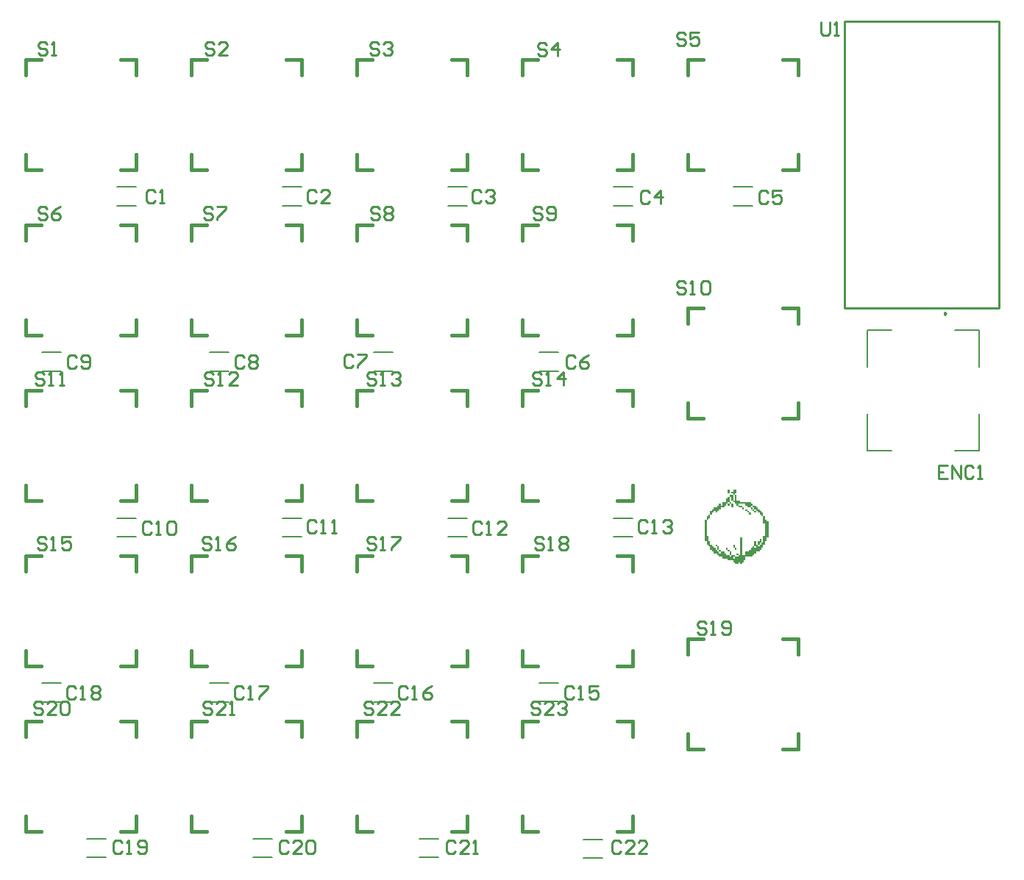
<source format=gto>
G04*
G04 #@! TF.GenerationSoftware,Altium Limited,Altium Designer,22.1.2 (22)*
G04*
G04 Layer_Color=65535*
%FSLAX25Y25*%
%MOIN*%
G70*
G04*
G04 #@! TF.SameCoordinates,D61C2380-B101-4CEB-8AB1-AF92B03338ED*
G04*
G04*
G04 #@! TF.FilePolarity,Positive*
G04*
G01*
G75*
%ADD10C,0.00984*%
%ADD11C,0.01500*%
%ADD12C,0.00787*%
%ADD13C,0.01000*%
G36*
X1842709Y639531D02*
Y638731D01*
X1841909D01*
Y639531D01*
Y640331D01*
X1842709D01*
Y639531D01*
D02*
G37*
G36*
X1845909D02*
Y638731D01*
X1845109D01*
Y637931D01*
X1845909D01*
Y637131D01*
Y636331D01*
Y635531D01*
X1847509D01*
Y634731D01*
X1852309D01*
Y633931D01*
X1853109D01*
Y633131D01*
X1854709D01*
Y632331D01*
X1855509D01*
Y631531D01*
X1856309D01*
Y630731D01*
X1857109D01*
Y629931D01*
X1857909D01*
Y629131D01*
Y628331D01*
X1858709D01*
Y627531D01*
Y626731D01*
X1859509D01*
Y625931D01*
X1860309D01*
Y625131D01*
Y624331D01*
Y623531D01*
Y622731D01*
Y621931D01*
Y621131D01*
Y620331D01*
Y619531D01*
Y618731D01*
X1859509D01*
Y617931D01*
Y617131D01*
X1858709D01*
Y616331D01*
Y615531D01*
X1857909D01*
Y614731D01*
Y613931D01*
X1857109D01*
Y613131D01*
X1856309D01*
Y612331D01*
X1854709D01*
Y611531D01*
X1853909D01*
Y610731D01*
X1853109D01*
Y609931D01*
X1849909D01*
Y609131D01*
Y608331D01*
X1849109D01*
Y607531D01*
X1848309D01*
Y606731D01*
X1847509D01*
Y607531D01*
X1846709D01*
Y606731D01*
X1845109D01*
Y607531D01*
X1844309D01*
Y608331D01*
X1841909D01*
Y609131D01*
X1839509D01*
Y609931D01*
X1837909D01*
Y610731D01*
X1837109D01*
Y611531D01*
X1835509D01*
Y612331D01*
X1834709D01*
Y613131D01*
X1833909D01*
Y613931D01*
Y614731D01*
X1833109D01*
Y615531D01*
X1832309D01*
Y616331D01*
Y617131D01*
X1831509D01*
Y617931D01*
Y618731D01*
Y619531D01*
Y620331D01*
Y621131D01*
Y621931D01*
Y622731D01*
Y623531D01*
Y624331D01*
Y625131D01*
Y625931D01*
Y626731D01*
X1832309D01*
Y625931D01*
Y625131D01*
Y624331D01*
Y623531D01*
Y622731D01*
Y621931D01*
Y621131D01*
Y620331D01*
Y619531D01*
X1833109D01*
Y618731D01*
Y617931D01*
Y617131D01*
X1833909D01*
Y616331D01*
Y615531D01*
X1834709D01*
Y614731D01*
X1835509D01*
Y613931D01*
X1836309D01*
Y613131D01*
X1837109D01*
Y612331D01*
X1837909D01*
Y611531D01*
X1838709D01*
Y612331D01*
X1837909D01*
Y613131D01*
X1837109D01*
Y613931D01*
Y614731D01*
X1836309D01*
Y615531D01*
X1837109D01*
Y614731D01*
X1837909D01*
Y613931D01*
Y613131D01*
X1838709D01*
Y612331D01*
X1840309D01*
Y611531D01*
X1841109D01*
Y610731D01*
X1842709D01*
Y609931D01*
X1843509D01*
Y610731D01*
X1842709D01*
Y611531D01*
Y612331D01*
X1841909D01*
Y613131D01*
X1841109D01*
Y613931D01*
X1841909D01*
Y613131D01*
X1842709D01*
Y612331D01*
X1843509D01*
Y611531D01*
Y610731D01*
X1845109D01*
Y609931D01*
X1846709D01*
Y610731D01*
X1845909D01*
Y611531D01*
X1846709D01*
Y610731D01*
X1847509D01*
Y611531D01*
Y612331D01*
Y613131D01*
Y613931D01*
Y614731D01*
Y615531D01*
Y616331D01*
Y617131D01*
Y617931D01*
Y618731D01*
X1848309D01*
Y617931D01*
Y617131D01*
Y616331D01*
Y615531D01*
Y614731D01*
Y613931D01*
Y613131D01*
Y612331D01*
Y611531D01*
Y610731D01*
X1849909D01*
Y611531D01*
Y612331D01*
X1851509D01*
Y613131D01*
X1852309D01*
Y613931D01*
X1853109D01*
Y614731D01*
X1853909D01*
Y613931D01*
X1854709D01*
Y614731D01*
X1853909D01*
Y615531D01*
Y616331D01*
Y617131D01*
X1854709D01*
Y616331D01*
Y615531D01*
X1855509D01*
Y614731D01*
X1856309D01*
Y615531D01*
X1855509D01*
Y616331D01*
Y617131D01*
X1856309D01*
Y617931D01*
X1857109D01*
Y617131D01*
Y616331D01*
X1857909D01*
Y617131D01*
Y617931D01*
Y618731D01*
Y619531D01*
X1858709D01*
Y620331D01*
Y621131D01*
Y621931D01*
Y622731D01*
Y623531D01*
Y624331D01*
Y625131D01*
X1857909D01*
Y625931D01*
Y626731D01*
Y627531D01*
Y628331D01*
X1857109D01*
Y629131D01*
X1856309D01*
Y629931D01*
X1855509D01*
Y630731D01*
X1854709D01*
Y631531D01*
X1853909D01*
Y632331D01*
X1853109D01*
Y633131D01*
X1852309D01*
Y632331D01*
X1853109D01*
Y631531D01*
X1853909D01*
Y630731D01*
X1854709D01*
Y629931D01*
X1853909D01*
Y630731D01*
X1853109D01*
Y631531D01*
X1852309D01*
Y632331D01*
X1850709D01*
Y633131D01*
X1849909D01*
Y633931D01*
X1846709D01*
Y633131D01*
X1848309D01*
Y632331D01*
X1849109D01*
Y631531D01*
X1848309D01*
Y632331D01*
X1846709D01*
Y633131D01*
X1845909D01*
Y633931D01*
X1845109D01*
Y634731D01*
X1844309D01*
Y635531D01*
X1843509D01*
Y636331D01*
Y637131D01*
X1842709D01*
Y637931D01*
X1844309D01*
Y637131D01*
Y636331D01*
Y635531D01*
X1845109D01*
Y636331D01*
Y637131D01*
Y637931D01*
X1844309D01*
Y638731D01*
X1843509D01*
Y639531D01*
X1844309D01*
Y640331D01*
X1845909D01*
Y639531D01*
D02*
G37*
G36*
X1842709Y636331D02*
Y635531D01*
Y634731D01*
X1843509D01*
Y633931D01*
X1844309D01*
Y633131D01*
Y632331D01*
X1843509D01*
Y633131D01*
Y633931D01*
X1842709D01*
Y634731D01*
X1841909D01*
Y633931D01*
X1842709D01*
Y633131D01*
X1841909D01*
Y633931D01*
X1841109D01*
Y633131D01*
X1840309D01*
Y632331D01*
X1838709D01*
Y631531D01*
X1837909D01*
Y630731D01*
X1837109D01*
Y629931D01*
X1836309D01*
Y630731D01*
X1835509D01*
Y629931D01*
X1834709D01*
Y629131D01*
X1833909D01*
Y629931D01*
Y630731D01*
X1834709D01*
Y631531D01*
X1835509D01*
Y632331D01*
X1837109D01*
Y633131D01*
X1837909D01*
Y633931D01*
X1838709D01*
Y633131D01*
X1839509D01*
Y633931D01*
Y634731D01*
X1841109D01*
Y635531D01*
Y636331D01*
X1841909D01*
Y637131D01*
X1842709D01*
Y636331D01*
D02*
G37*
G36*
X1850709Y630731D02*
X1851509D01*
Y629931D01*
X1852309D01*
Y629131D01*
X1851509D01*
Y629931D01*
X1850709D01*
Y630731D01*
X1849909D01*
Y631531D01*
X1850709D01*
Y630731D01*
D02*
G37*
G36*
X1833909Y628331D02*
Y627531D01*
X1833109D01*
Y626731D01*
X1832309D01*
Y627531D01*
Y628331D01*
X1833109D01*
Y629131D01*
X1833909D01*
Y628331D01*
D02*
G37*
G36*
X1845109Y614731D02*
Y613931D01*
X1845909D01*
Y613131D01*
X1845109D01*
Y613931D01*
X1844309D01*
Y614731D01*
Y615531D01*
X1845109D01*
Y614731D01*
D02*
G37*
%LPC*%
G36*
X1857109Y616331D02*
X1856309D01*
Y615531D01*
X1857109D01*
Y616331D01*
D02*
G37*
G36*
X1845109Y609931D02*
X1844309D01*
Y609131D01*
X1845109D01*
Y609931D01*
D02*
G37*
%LPD*%
D10*
X1940650Y720276D02*
X1939911Y720702D01*
Y719849D01*
X1940650Y720276D01*
D11*
X1823878Y722705D02*
X1830878D01*
X1866878D02*
X1873878D01*
Y715705D02*
Y722705D01*
Y672705D02*
Y679705D01*
X1866878Y672705D02*
X1873878D01*
X1823878D02*
X1830878D01*
X1823878D02*
Y679705D01*
Y715705D02*
Y722705D01*
X1823850Y828402D02*
Y835402D01*
Y785402D02*
Y792402D01*
Y785402D02*
X1830850D01*
X1866850D02*
X1873850D01*
Y792402D01*
Y828402D02*
Y835402D01*
X1866850D02*
X1873850D01*
X1823850D02*
X1830850D01*
X1748878Y528433D02*
Y535433D01*
Y485433D02*
Y492433D01*
Y485433D02*
X1755878D01*
X1791878D02*
X1798878D01*
Y492433D01*
Y528433D02*
Y535433D01*
X1791878D02*
X1798878D01*
X1748878D02*
X1755878D01*
X1673878Y528433D02*
Y535433D01*
Y485433D02*
Y492433D01*
Y485433D02*
X1680878D01*
X1716878D02*
X1723878D01*
Y492433D01*
Y528433D02*
Y535433D01*
X1716878D02*
X1723878D01*
X1673878D02*
X1680878D01*
X1598878Y528433D02*
Y535433D01*
Y485433D02*
Y492433D01*
Y485433D02*
X1605878D01*
X1641878D02*
X1648878D01*
Y492433D01*
Y528433D02*
Y535433D01*
X1641878D02*
X1648878D01*
X1598878D02*
X1605878D01*
X1523878Y528433D02*
Y535433D01*
Y485433D02*
Y492433D01*
Y485433D02*
X1530878D01*
X1566878D02*
X1573878D01*
Y492433D01*
Y528433D02*
Y535433D01*
X1566878D02*
X1573878D01*
X1523878D02*
X1530878D01*
X1823878Y565705D02*
Y572705D01*
Y522705D02*
Y529705D01*
Y522705D02*
X1830878D01*
X1866878D02*
X1873878D01*
Y529705D01*
Y565705D02*
Y572705D01*
X1866878D02*
X1873878D01*
X1823878D02*
X1830878D01*
X1748878Y603492D02*
Y610492D01*
Y560492D02*
Y567492D01*
Y560492D02*
X1755878D01*
X1791878D02*
X1798878D01*
Y567492D01*
Y603492D02*
Y610492D01*
X1791878D02*
X1798878D01*
X1748878D02*
X1755878D01*
X1673878Y603433D02*
Y610433D01*
Y560433D02*
Y567433D01*
Y560433D02*
X1680878D01*
X1716878D02*
X1723878D01*
Y567433D01*
Y603433D02*
Y610433D01*
X1716878D02*
X1723878D01*
X1673878D02*
X1680878D01*
X1598878Y603433D02*
Y610433D01*
Y560433D02*
Y567433D01*
Y560433D02*
X1605878D01*
X1641878D02*
X1648878D01*
Y567433D01*
Y603433D02*
Y610433D01*
X1641878D02*
X1648878D01*
X1598878D02*
X1605878D01*
X1523878Y603433D02*
Y610433D01*
Y560433D02*
Y567433D01*
Y560433D02*
X1530878D01*
X1566878D02*
X1573878D01*
Y567433D01*
Y603433D02*
Y610433D01*
X1566878D02*
X1573878D01*
X1523878D02*
X1530878D01*
X1748878Y678335D02*
Y685335D01*
Y635335D02*
Y642335D01*
Y635335D02*
X1755878D01*
X1791878D02*
X1798878D01*
Y642335D01*
Y678335D02*
Y685335D01*
X1791878D02*
X1798878D01*
X1748878D02*
X1755878D01*
X1673878Y678335D02*
Y685335D01*
Y635335D02*
Y642335D01*
Y635335D02*
X1680878D01*
X1716878D02*
X1723878D01*
Y642335D01*
Y678335D02*
Y685335D01*
X1716878D02*
X1723878D01*
X1673878D02*
X1680878D01*
X1598878Y678335D02*
Y685335D01*
Y635335D02*
Y642335D01*
Y635335D02*
X1605878D01*
X1641878D02*
X1648878D01*
Y642335D01*
Y678335D02*
Y685335D01*
X1641878D02*
X1648878D01*
X1598878D02*
X1605878D01*
X1523878Y678335D02*
Y685335D01*
Y635335D02*
Y642335D01*
Y635335D02*
X1530878D01*
X1566878D02*
X1573878D01*
Y642335D01*
Y678335D02*
Y685335D01*
X1566878D02*
X1573878D01*
X1523878D02*
X1530878D01*
X1748878Y753433D02*
Y760433D01*
Y710433D02*
Y717433D01*
Y710433D02*
X1755878D01*
X1791878D02*
X1798878D01*
Y717433D01*
Y753433D02*
Y760433D01*
X1791878D02*
X1798878D01*
X1748878D02*
X1755878D01*
X1673878Y753433D02*
Y760433D01*
Y710433D02*
Y717433D01*
Y710433D02*
X1680878D01*
X1716878D02*
X1723878D01*
Y717433D01*
Y753433D02*
Y760433D01*
X1716878D02*
X1723878D01*
X1673878D02*
X1680878D01*
X1598878Y753433D02*
Y760433D01*
Y710433D02*
Y717433D01*
Y710433D02*
X1605878D01*
X1641878D02*
X1648878D01*
Y717433D01*
Y753433D02*
Y760433D01*
X1641878D02*
X1648878D01*
X1598878D02*
X1605878D01*
X1523878Y753433D02*
Y760433D01*
Y710433D02*
Y717433D01*
Y710433D02*
X1530878D01*
X1566878D02*
X1573878D01*
Y717433D01*
Y753433D02*
Y760433D01*
X1566878D02*
X1573878D01*
X1523878D02*
X1530878D01*
X1748878Y828402D02*
Y835402D01*
Y785402D02*
Y792402D01*
Y785402D02*
X1755878D01*
X1791878D02*
X1798878D01*
Y792402D01*
Y828402D02*
Y835402D01*
X1791878D02*
X1798878D01*
X1748878D02*
X1755878D01*
X1673878Y828402D02*
Y835402D01*
Y785402D02*
Y792402D01*
Y785402D02*
X1680878D01*
X1716878D02*
X1723878D01*
Y792402D01*
Y828402D02*
Y835402D01*
X1716878D02*
X1723878D01*
X1673878D02*
X1680878D01*
X1598878Y828402D02*
Y835402D01*
Y785402D02*
Y792402D01*
Y785402D02*
X1605878D01*
X1641878D02*
X1648878D01*
Y792402D01*
Y828402D02*
Y835402D01*
X1641878D02*
X1648878D01*
X1598878D02*
X1605878D01*
X1523878Y828402D02*
Y835402D01*
Y785402D02*
Y792402D01*
Y785402D02*
X1530878D01*
X1566878D02*
X1573878D01*
Y792402D01*
Y828402D02*
Y835402D01*
X1566878D02*
X1573878D01*
X1523878D02*
X1530878D01*
D12*
X1626772Y473721D02*
X1635433D01*
X1626772Y482185D02*
X1635433D01*
X1701969Y473721D02*
X1710630D01*
X1701969Y482185D02*
X1710630D01*
X1776575Y473327D02*
X1785236D01*
X1776575Y481791D02*
X1785236D01*
X1551575Y473721D02*
X1560236D01*
X1551575Y482185D02*
X1560236D01*
X1955709Y658071D02*
Y674705D01*
Y696161D02*
Y712795D01*
X1904921D02*
X1915945D01*
X1944685D02*
X1955709D01*
X1904921Y658071D02*
Y674705D01*
Y696161D02*
Y712795D01*
Y658071D02*
X1915945D01*
X1944685D02*
X1955709D01*
X1531102Y544201D02*
X1539764D01*
X1531102Y552665D02*
X1539764D01*
X1607087Y544201D02*
X1615748D01*
X1607087Y552665D02*
X1615748D01*
X1681496Y544201D02*
X1690158D01*
X1681496Y552665D02*
X1690158D01*
X1756299Y544260D02*
X1764961D01*
X1756299Y552724D02*
X1764961D01*
X1790134Y627567D02*
X1798796D01*
X1790134Y619102D02*
X1798796D01*
X1715049Y627567D02*
X1723711D01*
X1715049Y619102D02*
X1723711D01*
X1640158Y627567D02*
X1648819D01*
X1640158Y619102D02*
X1648819D01*
X1565158Y627567D02*
X1573819D01*
X1565158Y619102D02*
X1573819D01*
X1531102Y694201D02*
X1539764D01*
X1531102Y702665D02*
X1539764D01*
X1607087Y694201D02*
X1615748D01*
X1607087Y702665D02*
X1615748D01*
X1681496Y694201D02*
X1690158D01*
X1681496Y702665D02*
X1690158D01*
X1756299Y694201D02*
X1764961D01*
X1756299Y702665D02*
X1764961D01*
X1844547Y777634D02*
X1853209D01*
X1844547Y769169D02*
X1853209D01*
X1790134Y777634D02*
X1798796D01*
X1790134Y769169D02*
X1798796D01*
X1715049Y777634D02*
X1723711D01*
X1715049Y769169D02*
X1723711D01*
X1640158Y777634D02*
X1648819D01*
X1640158Y769169D02*
X1648819D01*
X1565158Y777634D02*
X1573819D01*
X1565158Y769169D02*
X1573819D01*
D13*
X1894606Y852638D02*
X1964606D01*
Y722638D02*
Y852638D01*
X1894606Y722638D02*
X1964606D01*
X1894606D02*
Y852638D01*
X1822907Y734153D02*
X1821907Y735153D01*
X1819908D01*
X1818908Y734153D01*
Y733153D01*
X1819908Y732154D01*
X1821907D01*
X1822907Y731154D01*
Y730154D01*
X1821907Y729154D01*
X1819908D01*
X1818908Y730154D01*
X1824906Y729154D02*
X1826905D01*
X1825906D01*
Y735153D01*
X1824906Y734153D01*
X1829904D02*
X1830904Y735153D01*
X1832903D01*
X1833903Y734153D01*
Y730154D01*
X1832903Y729154D01*
X1830904D01*
X1829904Y730154D01*
Y734153D01*
X1822622Y846684D02*
X1821623Y847684D01*
X1819623D01*
X1818624Y846684D01*
Y845685D01*
X1819623Y844685D01*
X1821623D01*
X1822622Y843685D01*
Y842686D01*
X1821623Y841686D01*
X1819623D01*
X1818624Y842686D01*
X1828620Y847684D02*
X1824622D01*
Y844685D01*
X1826621Y845685D01*
X1827621D01*
X1828620Y844685D01*
Y842686D01*
X1827621Y841686D01*
X1825621D01*
X1824622Y842686D01*
X1682525Y692846D02*
X1681525Y693846D01*
X1679526D01*
X1678526Y692846D01*
Y691846D01*
X1679526Y690846D01*
X1681525D01*
X1682525Y689847D01*
Y688847D01*
X1681525Y687847D01*
X1679526D01*
X1678526Y688847D01*
X1684524Y687847D02*
X1686523D01*
X1685524D01*
Y693846D01*
X1684524Y692846D01*
X1689523D02*
X1690522Y693846D01*
X1692521D01*
X1693521Y692846D01*
Y691846D01*
X1692521Y690846D01*
X1691522D01*
X1692521D01*
X1693521Y689847D01*
Y688847D01*
X1692521Y687847D01*
X1690522D01*
X1689523Y688847D01*
X1655375Y625621D02*
X1654375Y626621D01*
X1652376D01*
X1651376Y625621D01*
Y621623D01*
X1652376Y620623D01*
X1654375D01*
X1655375Y621623D01*
X1657374Y620623D02*
X1659373D01*
X1658374D01*
Y626621D01*
X1657374Y625621D01*
X1662373Y620623D02*
X1664372D01*
X1663372D01*
Y626621D01*
X1662373Y625621D01*
X1772878Y700432D02*
X1771879Y701432D01*
X1769879D01*
X1768880Y700432D01*
Y696434D01*
X1769879Y695434D01*
X1771879D01*
X1772878Y696434D01*
X1778876Y701432D02*
X1776877Y700432D01*
X1774878Y698433D01*
Y696434D01*
X1775877Y695434D01*
X1777877D01*
X1778876Y696434D01*
Y697433D01*
X1777877Y698433D01*
X1774878D01*
X1672229Y700818D02*
X1671229Y701818D01*
X1669230D01*
X1668230Y700818D01*
Y696819D01*
X1669230Y695820D01*
X1671229D01*
X1672229Y696819D01*
X1674228Y701818D02*
X1678227D01*
Y700818D01*
X1674228Y696819D01*
Y695820D01*
X1622878Y700432D02*
X1621879Y701432D01*
X1619879D01*
X1618880Y700432D01*
Y696434D01*
X1619879Y695434D01*
X1621879D01*
X1622878Y696434D01*
X1624878Y700432D02*
X1625877Y701432D01*
X1627877D01*
X1628876Y700432D01*
Y699433D01*
X1627877Y698433D01*
X1628876Y697433D01*
Y696434D01*
X1627877Y695434D01*
X1625877D01*
X1624878Y696434D01*
Y697433D01*
X1625877Y698433D01*
X1624878Y699433D01*
Y700432D01*
X1625877Y698433D02*
X1627877D01*
X1546688Y700432D02*
X1545688Y701432D01*
X1543689D01*
X1542689Y700432D01*
Y696434D01*
X1543689Y695434D01*
X1545688D01*
X1546688Y696434D01*
X1548687D02*
X1549687Y695434D01*
X1551686D01*
X1552686Y696434D01*
Y700432D01*
X1551686Y701432D01*
X1549687D01*
X1548687Y700432D01*
Y699433D01*
X1549687Y698433D01*
X1552686D01*
X1860083Y775143D02*
X1859083Y776143D01*
X1857084D01*
X1856084Y775143D01*
Y771144D01*
X1857084Y770145D01*
X1859083D01*
X1860083Y771144D01*
X1866081Y776143D02*
X1862082D01*
Y773143D01*
X1864082Y774143D01*
X1865081D01*
X1866081Y773143D01*
Y771144D01*
X1865081Y770145D01*
X1863082D01*
X1862082Y771144D01*
X1567367Y480346D02*
X1566368Y481346D01*
X1564368D01*
X1563369Y480346D01*
Y476347D01*
X1564368Y475347D01*
X1566368D01*
X1567367Y476347D01*
X1569367Y475347D02*
X1571366D01*
X1570366D01*
Y481346D01*
X1569367Y480346D01*
X1574365Y476347D02*
X1575365Y475347D01*
X1577364D01*
X1578364Y476347D01*
Y480346D01*
X1577364Y481346D01*
X1575365D01*
X1574365Y480346D01*
Y479346D01*
X1575365Y478346D01*
X1578364D01*
X1546501Y550424D02*
X1545502Y551424D01*
X1543502D01*
X1542502Y550424D01*
Y546426D01*
X1543502Y545426D01*
X1545502D01*
X1546501Y546426D01*
X1548501Y545426D02*
X1550500D01*
X1549500D01*
Y551424D01*
X1548501Y550424D01*
X1553499D02*
X1554499Y551424D01*
X1556498D01*
X1557498Y550424D01*
Y549425D01*
X1556498Y548425D01*
X1557498Y547426D01*
Y546426D01*
X1556498Y545426D01*
X1554499D01*
X1553499Y546426D01*
Y547426D01*
X1554499Y548425D01*
X1553499Y549425D01*
Y550424D01*
X1554499Y548425D02*
X1556498D01*
X1622485Y550424D02*
X1621486Y551424D01*
X1619486D01*
X1618487Y550424D01*
Y546426D01*
X1619486Y545426D01*
X1621486D01*
X1622485Y546426D01*
X1624485Y545426D02*
X1626484D01*
X1625484D01*
Y551424D01*
X1624485Y550424D01*
X1629483Y551424D02*
X1633482D01*
Y550424D01*
X1629483Y546426D01*
Y545426D01*
X1696806Y550424D02*
X1695807Y551424D01*
X1693807D01*
X1692808Y550424D01*
Y546426D01*
X1693807Y545426D01*
X1695807D01*
X1696806Y546426D01*
X1698806Y545426D02*
X1700805D01*
X1699805D01*
Y551424D01*
X1698806Y550424D01*
X1707803Y551424D02*
X1705803Y550424D01*
X1703804Y548425D01*
Y546426D01*
X1704804Y545426D01*
X1706803D01*
X1707803Y546426D01*
Y547426D01*
X1706803Y548425D01*
X1703804D01*
X1772092Y550424D02*
X1771092Y551424D01*
X1769093D01*
X1768093Y550424D01*
Y546426D01*
X1769093Y545426D01*
X1771092D01*
X1772092Y546426D01*
X1774091Y545426D02*
X1776090D01*
X1775091D01*
Y551424D01*
X1774091Y550424D01*
X1783088Y551424D02*
X1779089D01*
Y548425D01*
X1781089Y549425D01*
X1782088D01*
X1783088Y548425D01*
Y546426D01*
X1782088Y545426D01*
X1780089D01*
X1779089Y546426D01*
X1730359Y625228D02*
X1729360Y626227D01*
X1727360D01*
X1726361Y625228D01*
Y621229D01*
X1727360Y620229D01*
X1729360D01*
X1730359Y621229D01*
X1732359Y620229D02*
X1734358D01*
X1733358D01*
Y626227D01*
X1732359Y625228D01*
X1741356Y620229D02*
X1737357D01*
X1741356Y624228D01*
Y625228D01*
X1740356Y626227D01*
X1738357D01*
X1737357Y625228D01*
X1805433Y625728D02*
X1804433Y626727D01*
X1802434D01*
X1801434Y625728D01*
Y621729D01*
X1802434Y620729D01*
X1804433D01*
X1805433Y621729D01*
X1807432Y620729D02*
X1809431D01*
X1808432D01*
Y626727D01*
X1807432Y625728D01*
X1812430D02*
X1813430Y626727D01*
X1815429D01*
X1816429Y625728D01*
Y624728D01*
X1815429Y623728D01*
X1814430D01*
X1815429D01*
X1816429Y622729D01*
Y621729D01*
X1815429Y620729D01*
X1813430D01*
X1812430Y621729D01*
X1580603Y624932D02*
X1579603Y625932D01*
X1577604D01*
X1576604Y624932D01*
Y620934D01*
X1577604Y619934D01*
X1579603D01*
X1580603Y620934D01*
X1582602Y619934D02*
X1584601D01*
X1583602D01*
Y625932D01*
X1582602Y624932D01*
X1587600D02*
X1588600Y625932D01*
X1590599D01*
X1591599Y624932D01*
Y620934D01*
X1590599Y619934D01*
X1588600D01*
X1587600Y620934D01*
Y624932D01*
X1806261Y775143D02*
X1805261Y776143D01*
X1803262D01*
X1802262Y775143D01*
Y771144D01*
X1803262Y770145D01*
X1805261D01*
X1806261Y771144D01*
X1811259Y770145D02*
Y776143D01*
X1808260Y773143D01*
X1812259D01*
X1730226Y775401D02*
X1729227Y776401D01*
X1727227D01*
X1726228Y775401D01*
Y771402D01*
X1727227Y770402D01*
X1729227D01*
X1730226Y771402D01*
X1732226Y775401D02*
X1733225Y776401D01*
X1735225D01*
X1736225Y775401D01*
Y774401D01*
X1735225Y773402D01*
X1734225D01*
X1735225D01*
X1736225Y772402D01*
Y771402D01*
X1735225Y770402D01*
X1733225D01*
X1732226Y771402D01*
X1655339Y775401D02*
X1654339Y776401D01*
X1652340D01*
X1651340Y775401D01*
Y771402D01*
X1652340Y770402D01*
X1654339D01*
X1655339Y771402D01*
X1661337Y770402D02*
X1657338D01*
X1661337Y774401D01*
Y775401D01*
X1660337Y776401D01*
X1658338D01*
X1657338Y775401D01*
X1582480D02*
X1581481Y776401D01*
X1579481D01*
X1578482Y775401D01*
Y771402D01*
X1579481Y770402D01*
X1581481D01*
X1582480Y771402D01*
X1584480Y770402D02*
X1586479D01*
X1585479D01*
Y776401D01*
X1584480Y775401D01*
X1756828Y543338D02*
X1755828Y544338D01*
X1753829D01*
X1752829Y543338D01*
Y542338D01*
X1753829Y541339D01*
X1755828D01*
X1756828Y540339D01*
Y539339D01*
X1755828Y538340D01*
X1753829D01*
X1752829Y539339D01*
X1762826Y538340D02*
X1758828D01*
X1762826Y542338D01*
Y543338D01*
X1761827Y544338D01*
X1759827D01*
X1758828Y543338D01*
X1764825D02*
X1765825Y544338D01*
X1767825D01*
X1768824Y543338D01*
Y542338D01*
X1767825Y541339D01*
X1766825D01*
X1767825D01*
X1768824Y540339D01*
Y539339D01*
X1767825Y538340D01*
X1765825D01*
X1764825Y539339D01*
X1759630Y842157D02*
X1758631Y843157D01*
X1756631D01*
X1755631Y842157D01*
Y841157D01*
X1756631Y840158D01*
X1758631D01*
X1759630Y839158D01*
Y838158D01*
X1758631Y837158D01*
X1756631D01*
X1755631Y838158D01*
X1764629Y837158D02*
Y843157D01*
X1761630Y840158D01*
X1765628D01*
X1533268Y842519D02*
X1532268Y843519D01*
X1530269D01*
X1529269Y842519D01*
Y841519D01*
X1530269Y840520D01*
X1532268D01*
X1533268Y839520D01*
Y838520D01*
X1532268Y837521D01*
X1530269D01*
X1529269Y838520D01*
X1535267Y837521D02*
X1537266D01*
X1536267D01*
Y843519D01*
X1535267Y842519D01*
X1684040Y767747D02*
X1683040Y768747D01*
X1681041D01*
X1680041Y767747D01*
Y766748D01*
X1681041Y765748D01*
X1683040D01*
X1684040Y764748D01*
Y763749D01*
X1683040Y762749D01*
X1681041D01*
X1680041Y763749D01*
X1686039Y767747D02*
X1687039Y768747D01*
X1689038D01*
X1690038Y767747D01*
Y766748D01*
X1689038Y765748D01*
X1690038Y764748D01*
Y763749D01*
X1689038Y762749D01*
X1687039D01*
X1686039Y763749D01*
Y764748D01*
X1687039Y765748D01*
X1686039Y766748D01*
Y767747D01*
X1687039Y765748D02*
X1689038D01*
X1608706Y692846D02*
X1607706Y693846D01*
X1605707D01*
X1604707Y692846D01*
Y691846D01*
X1605707Y690846D01*
X1607706D01*
X1608706Y689847D01*
Y688847D01*
X1607706Y687847D01*
X1605707D01*
X1604707Y688847D01*
X1610705Y687847D02*
X1612705D01*
X1611705D01*
Y693846D01*
X1610705Y692846D01*
X1619702Y687847D02*
X1615704D01*
X1619702Y691846D01*
Y692846D01*
X1618703Y693846D01*
X1616703D01*
X1615704Y692846D01*
X1793245Y480346D02*
X1792246Y481346D01*
X1790246D01*
X1789247Y480346D01*
Y476347D01*
X1790246Y475347D01*
X1792246D01*
X1793245Y476347D01*
X1799243Y475347D02*
X1795245D01*
X1799243Y479346D01*
Y480346D01*
X1798244Y481346D01*
X1796244D01*
X1795245Y480346D01*
X1805242Y475347D02*
X1801243D01*
X1805242Y479346D01*
Y480346D01*
X1804242Y481346D01*
X1802242D01*
X1801243Y480346D01*
X1718458D02*
X1717458Y481346D01*
X1715459D01*
X1714459Y480346D01*
Y476347D01*
X1715459Y475347D01*
X1717458D01*
X1718458Y476347D01*
X1724456Y475347D02*
X1720457D01*
X1724456Y479346D01*
Y480346D01*
X1723456Y481346D01*
X1721457D01*
X1720457Y480346D01*
X1726455Y475347D02*
X1728454D01*
X1727455D01*
Y481346D01*
X1726455Y480346D01*
X1642655D02*
X1641655Y481346D01*
X1639656D01*
X1638656Y480346D01*
Y476347D01*
X1639656Y475347D01*
X1641655D01*
X1642655Y476347D01*
X1648653Y475347D02*
X1644654D01*
X1648653Y479346D01*
Y480346D01*
X1647653Y481346D01*
X1645654D01*
X1644654Y480346D01*
X1650652D02*
X1651652Y481346D01*
X1653651D01*
X1654651Y480346D01*
Y476347D01*
X1653651Y475347D01*
X1651652D01*
X1650652Y476347D01*
Y480346D01*
X1608221Y543338D02*
X1607222Y544338D01*
X1605222D01*
X1604223Y543338D01*
Y542338D01*
X1605222Y541339D01*
X1607222D01*
X1608221Y540339D01*
Y539339D01*
X1607222Y538340D01*
X1605222D01*
X1604223Y539339D01*
X1614219Y538340D02*
X1610221D01*
X1614219Y542338D01*
Y543338D01*
X1613220Y544338D01*
X1611221D01*
X1610221Y543338D01*
X1616219Y538340D02*
X1618218D01*
X1617219D01*
Y544338D01*
X1616219Y543338D01*
X1681041D02*
X1680041Y544338D01*
X1678042D01*
X1677042Y543338D01*
Y542338D01*
X1678042Y541339D01*
X1680041D01*
X1681041Y540339D01*
Y539339D01*
X1680041Y538340D01*
X1678042D01*
X1677042Y539339D01*
X1687039Y538340D02*
X1683040D01*
X1687039Y542338D01*
Y543338D01*
X1686039Y544338D01*
X1684040D01*
X1683040Y543338D01*
X1693037Y538340D02*
X1689038D01*
X1693037Y542338D01*
Y543338D01*
X1692037Y544338D01*
X1690038D01*
X1689038Y543338D01*
X1531434D02*
X1530435Y544338D01*
X1528435D01*
X1527436Y543338D01*
Y542338D01*
X1528435Y541339D01*
X1530435D01*
X1531434Y540339D01*
Y539339D01*
X1530435Y538340D01*
X1528435D01*
X1527436Y539339D01*
X1537432Y538340D02*
X1533434D01*
X1537432Y542338D01*
Y543338D01*
X1536433Y544338D01*
X1534433D01*
X1533434Y543338D01*
X1539432D02*
X1540431Y544338D01*
X1542431D01*
X1543431Y543338D01*
Y539339D01*
X1542431Y538340D01*
X1540431D01*
X1539432Y539339D01*
Y543338D01*
X1832131Y579755D02*
X1831131Y580755D01*
X1829132D01*
X1828132Y579755D01*
Y578756D01*
X1829132Y577756D01*
X1831131D01*
X1832131Y576756D01*
Y575757D01*
X1831131Y574757D01*
X1829132D01*
X1828132Y575757D01*
X1834130Y574757D02*
X1836130D01*
X1835130D01*
Y580755D01*
X1834130Y579755D01*
X1839129Y575757D02*
X1840129Y574757D01*
X1842128D01*
X1843127Y575757D01*
Y579755D01*
X1842128Y580755D01*
X1840129D01*
X1839129Y579755D01*
Y578756D01*
X1840129Y577756D01*
X1843127D01*
X1607722Y618141D02*
X1606722Y619141D01*
X1604723D01*
X1603723Y618141D01*
Y617141D01*
X1604723Y616142D01*
X1606722D01*
X1607722Y615142D01*
Y614142D01*
X1606722Y613143D01*
X1604723D01*
X1603723Y614142D01*
X1609721Y613143D02*
X1611720D01*
X1610721D01*
Y619141D01*
X1609721Y618141D01*
X1618718Y619141D02*
X1616719Y618141D01*
X1614719Y616142D01*
Y614142D01*
X1615719Y613143D01*
X1617718D01*
X1618718Y614142D01*
Y615142D01*
X1617718Y616142D01*
X1614719D01*
X1682525Y618141D02*
X1681525Y619141D01*
X1679526D01*
X1678526Y618141D01*
Y617141D01*
X1679526Y616142D01*
X1681525D01*
X1682525Y615142D01*
Y614142D01*
X1681525Y613143D01*
X1679526D01*
X1678526Y614142D01*
X1684524Y613143D02*
X1686523D01*
X1685524D01*
Y619141D01*
X1684524Y618141D01*
X1689523Y619141D02*
X1693521D01*
Y618141D01*
X1689523Y614142D01*
Y613143D01*
X1758312Y618200D02*
X1757313Y619200D01*
X1755313D01*
X1754313Y618200D01*
Y617201D01*
X1755313Y616201D01*
X1757313D01*
X1758312Y615201D01*
Y614201D01*
X1757313Y613202D01*
X1755313D01*
X1754313Y614201D01*
X1760312Y613202D02*
X1762311D01*
X1761311D01*
Y619200D01*
X1760312Y618200D01*
X1765310D02*
X1766310Y619200D01*
X1768309D01*
X1769309Y618200D01*
Y617201D01*
X1768309Y616201D01*
X1769309Y615201D01*
Y614201D01*
X1768309Y613202D01*
X1766310D01*
X1765310Y614201D01*
Y615201D01*
X1766310Y616201D01*
X1765310Y617201D01*
Y618200D01*
X1766310Y616201D02*
X1768309D01*
X1532918Y618141D02*
X1531919Y619141D01*
X1529919D01*
X1528920Y618141D01*
Y617141D01*
X1529919Y616142D01*
X1531919D01*
X1532918Y615142D01*
Y614142D01*
X1531919Y613143D01*
X1529919D01*
X1528920Y614142D01*
X1534918Y613143D02*
X1536917D01*
X1535917D01*
Y619141D01*
X1534918Y618141D01*
X1543915Y619141D02*
X1539916D01*
Y616142D01*
X1541916Y617141D01*
X1542915D01*
X1543915Y616142D01*
Y614142D01*
X1542915Y613143D01*
X1540916D01*
X1539916Y614142D01*
X1757328Y692846D02*
X1756328Y693846D01*
X1754329D01*
X1753329Y692846D01*
Y691846D01*
X1754329Y690846D01*
X1756328D01*
X1757328Y689847D01*
Y688847D01*
X1756328Y687847D01*
X1754329D01*
X1753329Y688847D01*
X1759327Y687847D02*
X1761327D01*
X1760327D01*
Y693846D01*
X1759327Y692846D01*
X1767325Y687847D02*
Y693846D01*
X1764326Y690846D01*
X1768324D01*
X1531950Y692846D02*
X1530950Y693846D01*
X1528951D01*
X1527951Y692846D01*
Y691846D01*
X1528951Y690846D01*
X1530950D01*
X1531950Y689847D01*
Y688847D01*
X1530950Y687847D01*
X1528951D01*
X1527951Y688847D01*
X1533949Y687847D02*
X1535948D01*
X1534949D01*
Y693846D01*
X1533949Y692846D01*
X1538947Y687847D02*
X1540947D01*
X1539947D01*
Y693846D01*
X1538947Y692846D01*
X1608252Y767747D02*
X1607253Y768747D01*
X1605253D01*
X1604254Y767747D01*
Y766748D01*
X1605253Y765748D01*
X1607253D01*
X1608252Y764748D01*
Y763749D01*
X1607253Y762749D01*
X1605253D01*
X1604254Y763749D01*
X1610252Y768747D02*
X1614250D01*
Y767747D01*
X1610252Y763749D01*
Y762749D01*
X1757859Y767747D02*
X1756859Y768747D01*
X1754860D01*
X1753860Y767747D01*
Y766748D01*
X1754860Y765748D01*
X1756859D01*
X1757859Y764748D01*
Y763749D01*
X1756859Y762749D01*
X1754860D01*
X1753860Y763749D01*
X1759858D02*
X1760858Y762749D01*
X1762857D01*
X1763857Y763749D01*
Y767747D01*
X1762857Y768747D01*
X1760858D01*
X1759858Y767747D01*
Y766748D01*
X1760858Y765748D01*
X1763857D01*
X1533449Y767747D02*
X1532450Y768747D01*
X1530450D01*
X1529450Y767747D01*
Y766748D01*
X1530450Y765748D01*
X1532450D01*
X1533449Y764748D01*
Y763749D01*
X1532450Y762749D01*
X1530450D01*
X1529450Y763749D01*
X1539447Y768747D02*
X1537448Y767747D01*
X1535448Y765748D01*
Y763749D01*
X1536448Y762749D01*
X1538447D01*
X1539447Y763749D01*
Y764748D01*
X1538447Y765748D01*
X1535448D01*
X1683843Y842519D02*
X1682843Y843519D01*
X1680844D01*
X1679844Y842519D01*
Y841519D01*
X1680844Y840520D01*
X1682843D01*
X1683843Y839520D01*
Y838520D01*
X1682843Y837521D01*
X1680844D01*
X1679844Y838520D01*
X1685842Y842519D02*
X1686842Y843519D01*
X1688841D01*
X1689841Y842519D01*
Y841519D01*
X1688841Y840520D01*
X1687841D01*
X1688841D01*
X1689841Y839520D01*
Y838520D01*
X1688841Y837521D01*
X1686842D01*
X1685842Y838520D01*
X1884190Y852487D02*
Y847489D01*
X1885190Y846489D01*
X1887189D01*
X1888189Y847489D01*
Y852487D01*
X1890188Y846489D02*
X1892188D01*
X1891188D01*
Y852487D01*
X1890188Y851488D01*
X1941246Y651424D02*
X1937247D01*
Y645426D01*
X1941246D01*
X1937247Y648425D02*
X1939247D01*
X1943245Y645426D02*
Y651424D01*
X1947244Y645426D01*
Y651424D01*
X1953242Y650424D02*
X1952242Y651424D01*
X1950243D01*
X1949243Y650424D01*
Y646426D01*
X1950243Y645426D01*
X1952242D01*
X1953242Y646426D01*
X1955242Y645426D02*
X1957241D01*
X1956241D01*
Y651424D01*
X1955242Y650424D01*
X1609040Y842519D02*
X1608040Y843519D01*
X1606041D01*
X1605041Y842519D01*
Y841519D01*
X1606041Y840520D01*
X1608040D01*
X1609040Y839520D01*
Y838520D01*
X1608040Y837521D01*
X1606041D01*
X1605041Y838520D01*
X1615038Y837521D02*
X1611039D01*
X1615038Y841519D01*
Y842519D01*
X1614038Y843519D01*
X1612039D01*
X1611039Y842519D01*
M02*

</source>
